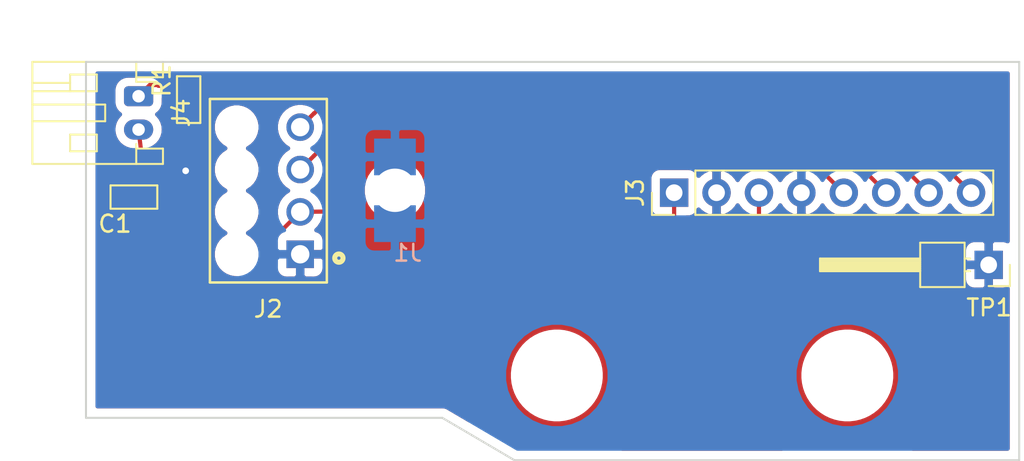
<source format=kicad_pcb>
(kicad_pcb (version 20171130) (host pcbnew "(5.1.4-0-10_14)")

  (general
    (thickness 1.6)
    (drawings 6)
    (tracks 39)
    (zones 0)
    (modules 9)
    (nets 8)
  )

  (page A4)
  (layers
    (0 F.Cu signal)
    (31 B.Cu signal)
    (32 B.Adhes user)
    (33 F.Adhes user)
    (34 B.Paste user)
    (35 F.Paste user)
    (36 B.SilkS user)
    (37 F.SilkS user)
    (38 B.Mask user)
    (39 F.Mask user)
    (40 Dwgs.User user)
    (41 Cmts.User user)
    (42 Eco1.User user)
    (43 Eco2.User user)
    (44 Edge.Cuts user)
    (45 Margin user)
    (46 B.CrtYd user)
    (47 F.CrtYd user)
    (48 B.Fab user)
    (49 F.Fab user)
  )

  (setup
    (last_trace_width 0.25)
    (trace_clearance 0.2)
    (zone_clearance 0.508)
    (zone_45_only no)
    (trace_min 0.2)
    (via_size 0.8)
    (via_drill 0.4)
    (via_min_size 0.4)
    (via_min_drill 0.3)
    (uvia_size 0.3)
    (uvia_drill 0.1)
    (uvias_allowed no)
    (uvia_min_size 0.2)
    (uvia_min_drill 0.1)
    (edge_width 0.05)
    (segment_width 0.2)
    (pcb_text_width 0.3)
    (pcb_text_size 1.5 1.5)
    (mod_edge_width 0.12)
    (mod_text_size 1 1)
    (mod_text_width 0.15)
    (pad_size 1.524 1.524)
    (pad_drill 0.762)
    (pad_to_mask_clearance 0.051)
    (solder_mask_min_width 0.25)
    (aux_axis_origin 0 0)
    (visible_elements FFFFFF7F)
    (pcbplotparams
      (layerselection 0x010fc_ffffffff)
      (usegerberextensions false)
      (usegerberattributes false)
      (usegerberadvancedattributes false)
      (creategerberjobfile false)
      (excludeedgelayer true)
      (linewidth 0.100000)
      (plotframeref false)
      (viasonmask false)
      (mode 1)
      (useauxorigin false)
      (hpglpennumber 1)
      (hpglpenspeed 20)
      (hpglpendiameter 15.000000)
      (psnegative false)
      (psa4output false)
      (plotreference true)
      (plotvalue true)
      (plotinvisibletext false)
      (padsonsilk false)
      (subtractmaskfromsilk false)
      (outputformat 1)
      (mirror false)
      (drillshape 1)
      (scaleselection 1)
      (outputdirectory ""))
  )

  (net 0 "")
  (net 1 GND)
  (net 2 +3V3)
  (net 3 SCL)
  (net 4 SDA)
  (net 5 "Net-(J3-Pad1)")
  (net 6 "Net-(J3-Pad3)")
  (net 7 "Net-(J3-Pad8)")

  (net_class Default "This is the default net class."
    (clearance 0.2)
    (trace_width 0.25)
    (via_dia 0.8)
    (via_drill 0.4)
    (uvia_dia 0.3)
    (uvia_drill 0.1)
    (add_net +3V3)
    (add_net GND)
    (add_net "Net-(J3-Pad1)")
    (add_net "Net-(J3-Pad3)")
    (add_net "Net-(J3-Pad8)")
    (add_net SCL)
    (add_net SDA)
  )

  (module Vindor:Vindor_Touchpad (layer F.Cu) (tedit 5D8E38DE) (tstamp 5D8E8469)
    (at 45.58792 -5.08 180)
    (path /5D90034C)
    (fp_text reference TP3 (at 0 -5.08) (layer F.SilkS) hide
      (effects (font (size 1 1) (thickness 0.15)))
    )
    (fp_text value TOUCHPAD (at 0 -6.8) (layer F.Fab) hide
      (effects (font (size 1 1) (thickness 0.15)))
    )
    (fp_circle (center 0 0) (end 4.5 0) (layer F.CrtYd) (width 0.15))
    (pad "" np_thru_hole circle (at 0 0 180) (size 5.0546 5.0546) (drill 5.0546) (layers *.Cu *.Mask)
      (clearance 0.1) (thermal_gap 1.3))
    (pad 1 smd custom (at 3.5 0 180) (size 1 1) (layers F.Cu)
      (net 6 "Net-(J3-Pad3)") (clearance 1.5) (zone_connect 2) (thermal_gap 1.3)
      (options (clearance convexhull) (anchor circle))
      (primitives
        (gr_circle (center -3.5 0) (end 0 0) (width 1.5))
      ))
  )

  (module Vindor:Vindor_Touchpad (layer F.Cu) (tedit 5D8E38DE) (tstamp 5D8E8462)
    (at 28.194 -5.08)
    (path /5D8FFE53)
    (fp_text reference TP2 (at 0 -5.08) (layer F.SilkS) hide
      (effects (font (size 1 1) (thickness 0.15)))
    )
    (fp_text value TOUCHPAD (at 0 -6.8) (layer F.Fab) hide
      (effects (font (size 1 1) (thickness 0.15)))
    )
    (fp_circle (center 0 0) (end 4.5 0) (layer F.CrtYd) (width 0.15))
    (pad "" np_thru_hole circle (at 0 0) (size 5.0546 5.0546) (drill 5.0546) (layers *.Cu *.Mask)
      (clearance 0.1) (thermal_gap 1.3))
    (pad 1 smd custom (at 3.5 0) (size 1 1) (layers F.Cu)
      (net 5 "Net-(J3-Pad1)") (clearance 1.5) (zone_connect 2) (thermal_gap 1.3)
      (options (clearance convexhull) (anchor circle))
      (primitives
        (gr_circle (center -3.5 0) (end 0 0) (width 1.5))
      ))
  )

  (module Vindor:Moldex-0448120004 (layer F.Cu) (tedit 5D8E2CCD) (tstamp 5D8E8419)
    (at 10.922 -16.1544 180)
    (path /5D8FDC38)
    (fp_text reference J2 (at 0.01 -7.09) (layer F.SilkS)
      (effects (font (size 1 1) (thickness 0.15)))
    )
    (fp_text value Conn_01x04_Female (at -0.14 -8.89) (layer F.Fab)
      (effects (font (size 1 1) (thickness 0.15)))
    )
    (fp_line (start -3.5 -5.5) (end 3.5 -5.5) (layer F.SilkS) (width 0.15))
    (fp_line (start 3.5 -5.5) (end 3.5 5.5) (layer F.SilkS) (width 0.15))
    (fp_line (start 3.5 5.5) (end -3.5 5.5) (layer F.SilkS) (width 0.15))
    (fp_line (start -3.5 5.5) (end -3.5 -5.5) (layer F.SilkS) (width 0.15))
    (fp_circle (center -4.22 -4.04) (end -4.12 -4.04) (layer F.SilkS) (width 0.3))
    (fp_line (start 3.7 5.75) (end 3.68 -5.8) (layer F.CrtYd) (width 0.12))
    (fp_line (start 3.68 -5.79) (end -3.75 -5.79) (layer F.CrtYd) (width 0.12))
    (fp_line (start -3.74 -5.81) (end -3.73 5.75) (layer F.CrtYd) (width 0.12))
    (fp_line (start -3.73 5.75) (end 3.7 5.75) (layer F.CrtYd) (width 0.12))
    (pad 1 thru_hole rect (at -1.905 -3.81 180) (size 1.65 1.65) (drill 1.1) (layers *.Cu *.Mask)
      (net 1 GND))
    (pad 2 thru_hole circle (at -1.905 -1.27 180) (size 1.65 1.65) (drill 1.1) (layers *.Cu *.Mask)
      (net 2 +3V3))
    (pad 3 thru_hole circle (at -1.905 1.27 180) (size 1.65 1.65) (drill 1.1) (layers *.Cu *.Mask)
      (net 3 SCL))
    (pad 4 thru_hole circle (at -1.905 3.81 180) (size 1.65 1.65) (drill 1.1) (layers *.Cu *.Mask)
      (net 4 SDA))
    (pad "" np_thru_hole circle (at 1.9 -3.81 180) (size 1.6 1.6) (drill 1.6) (layers *.Cu *.Mask))
    (pad "" np_thru_hole circle (at 1.9 -1.27 180) (size 1.6 1.6) (drill 1.6) (layers *.Cu *.Mask))
    (pad "" np_thru_hole circle (at 1.9 1.27 180) (size 1.6 1.6) (drill 1.6) (layers *.Cu *.Mask))
    (pad "" np_thru_hole circle (at 1.9 3.81 180) (size 1.6 1.6) (drill 1.6) (layers *.Cu *.Mask))
  )

  (module MF_Passives:MF_Passives-C0603 (layer F.Cu) (tedit 590423DA) (tstamp 5D8EE920)
    (at 6.1468 -21.6154 90)
    (descr "DESCRIPTION: STANDARD 0603 PACKAGE FOR CAPACITORS")
    (tags "DESCRIPTION: STANDARD 0603 PACKAGE FOR CAPACITORS")
    (path /5D91623D)
    (solder_mask_margin 0.1016)
    (clearance 0.1016)
    (attr smd)
    (fp_text reference R1 (at 1.13792 -1.60782 90) (layer F.SilkS)
      (effects (font (size 1.016 1.016) (thickness 0.1524)))
    )
    (fp_text value 50k (at 1.13792 -3.13182 90) (layer F.Fab)
      (effects (font (size 1.016 1.016) (thickness 0.1524)))
    )
    (fp_line (start 1.39954 -0.6985) (end -1.39954 -0.6985) (layer F.SilkS) (width 0.127))
    (fp_line (start 1.39954 0.6985) (end 1.39954 -0.6985) (layer F.SilkS) (width 0.127))
    (fp_line (start -1.39954 0.6985) (end 1.39954 0.6985) (layer F.SilkS) (width 0.127))
    (fp_line (start -1.39954 -0.6985) (end -1.39954 0.6985) (layer F.SilkS) (width 0.127))
    (pad 2 smd rect (at 0.7493 0 270) (size 0.59944 0.89916) (layers F.Cu F.Paste F.Mask)
      (net 7 "Net-(J3-Pad8)"))
    (pad 1 smd rect (at -0.7493 0 270) (size 0.59944 0.89916) (layers F.Cu F.Paste F.Mask)
      (net 1 GND))
  )

  (module Connector_JST:JST_PH_S2B-PH-K_1x02_P2.00mm_Horizontal (layer F.Cu) (tedit 5B7745C6) (tstamp 5D8EEB46)
    (at 3.1496 -21.8186 270)
    (descr "JST PH series connector, S2B-PH-K (http://www.jst-mfg.com/product/pdf/eng/ePH.pdf), generated with kicad-footprint-generator")
    (tags "connector JST PH top entry")
    (path /5D91218C)
    (fp_text reference J4 (at 1 -2.55 90) (layer F.SilkS)
      (effects (font (size 1 1) (thickness 0.15)))
    )
    (fp_text value Conn_01x02_Male (at 1 7.45 90) (layer F.Fab)
      (effects (font (size 1 1) (thickness 0.15)))
    )
    (fp_text user %R (at 1 2.5 90) (layer F.Fab)
      (effects (font (size 1 1) (thickness 0.15)))
    )
    (fp_line (start 0.5 1.375) (end 0 0.875) (layer F.Fab) (width 0.1))
    (fp_line (start -0.5 1.375) (end 0.5 1.375) (layer F.Fab) (width 0.1))
    (fp_line (start 0 0.875) (end -0.5 1.375) (layer F.Fab) (width 0.1))
    (fp_line (start -0.86 0.14) (end -0.86 -1.075) (layer F.SilkS) (width 0.12))
    (fp_line (start 3.25 0.25) (end -1.25 0.25) (layer F.Fab) (width 0.1))
    (fp_line (start 3.25 -1.35) (end 3.25 0.25) (layer F.Fab) (width 0.1))
    (fp_line (start 3.95 -1.35) (end 3.25 -1.35) (layer F.Fab) (width 0.1))
    (fp_line (start 3.95 6.25) (end 3.95 -1.35) (layer F.Fab) (width 0.1))
    (fp_line (start -1.95 6.25) (end 3.95 6.25) (layer F.Fab) (width 0.1))
    (fp_line (start -1.95 -1.35) (end -1.95 6.25) (layer F.Fab) (width 0.1))
    (fp_line (start -1.25 -1.35) (end -1.95 -1.35) (layer F.Fab) (width 0.1))
    (fp_line (start -1.25 0.25) (end -1.25 -1.35) (layer F.Fab) (width 0.1))
    (fp_line (start 4.45 -1.85) (end -2.45 -1.85) (layer F.CrtYd) (width 0.05))
    (fp_line (start 4.45 6.75) (end 4.45 -1.85) (layer F.CrtYd) (width 0.05))
    (fp_line (start -2.45 6.75) (end 4.45 6.75) (layer F.CrtYd) (width 0.05))
    (fp_line (start -2.45 -1.85) (end -2.45 6.75) (layer F.CrtYd) (width 0.05))
    (fp_line (start -0.8 4.1) (end -0.8 6.36) (layer F.SilkS) (width 0.12))
    (fp_line (start -0.3 4.1) (end -0.3 6.36) (layer F.SilkS) (width 0.12))
    (fp_line (start 2.3 2.5) (end 3.3 2.5) (layer F.SilkS) (width 0.12))
    (fp_line (start 2.3 4.1) (end 2.3 2.5) (layer F.SilkS) (width 0.12))
    (fp_line (start 3.3 4.1) (end 2.3 4.1) (layer F.SilkS) (width 0.12))
    (fp_line (start 3.3 2.5) (end 3.3 4.1) (layer F.SilkS) (width 0.12))
    (fp_line (start -0.3 2.5) (end -1.3 2.5) (layer F.SilkS) (width 0.12))
    (fp_line (start -0.3 4.1) (end -0.3 2.5) (layer F.SilkS) (width 0.12))
    (fp_line (start -1.3 4.1) (end -0.3 4.1) (layer F.SilkS) (width 0.12))
    (fp_line (start -1.3 2.5) (end -1.3 4.1) (layer F.SilkS) (width 0.12))
    (fp_line (start 4.06 0.14) (end 3.14 0.14) (layer F.SilkS) (width 0.12))
    (fp_line (start -2.06 0.14) (end -1.14 0.14) (layer F.SilkS) (width 0.12))
    (fp_line (start 1.5 2) (end 1.5 6.36) (layer F.SilkS) (width 0.12))
    (fp_line (start 0.5 2) (end 1.5 2) (layer F.SilkS) (width 0.12))
    (fp_line (start 0.5 6.36) (end 0.5 2) (layer F.SilkS) (width 0.12))
    (fp_line (start 3.14 0.14) (end 2.86 0.14) (layer F.SilkS) (width 0.12))
    (fp_line (start 3.14 -1.46) (end 3.14 0.14) (layer F.SilkS) (width 0.12))
    (fp_line (start 4.06 -1.46) (end 3.14 -1.46) (layer F.SilkS) (width 0.12))
    (fp_line (start 4.06 6.36) (end 4.06 -1.46) (layer F.SilkS) (width 0.12))
    (fp_line (start -2.06 6.36) (end 4.06 6.36) (layer F.SilkS) (width 0.12))
    (fp_line (start -2.06 -1.46) (end -2.06 6.36) (layer F.SilkS) (width 0.12))
    (fp_line (start -1.14 -1.46) (end -2.06 -1.46) (layer F.SilkS) (width 0.12))
    (fp_line (start -1.14 0.14) (end -1.14 -1.46) (layer F.SilkS) (width 0.12))
    (fp_line (start -0.86 0.14) (end -1.14 0.14) (layer F.SilkS) (width 0.12))
    (pad 2 thru_hole oval (at 2 0 270) (size 1.2 1.75) (drill 0.75) (layers *.Cu *.Mask)
      (net 2 +3V3))
    (pad 1 thru_hole roundrect (at 0 0 270) (size 1.2 1.75) (drill 0.75) (layers *.Cu *.Mask) (roundrect_rratio 0.208333)
      (net 7 "Net-(J3-Pad8)"))
    (model ${KISYS3DMOD}/Connector_JST.3dshapes/JST_PH_S2B-PH-K_1x02_P2.00mm_Horizontal.wrl
      (at (xyz 0 0 0))
      (scale (xyz 1 1 1))
      (rotate (xyz 0 0 0))
    )
  )

  (module MF_Passives:MF_Passives-C0603 (layer F.Cu) (tedit 590423DA) (tstamp 5D8EE87D)
    (at 2.8702 -15.7734 180)
    (descr "DESCRIPTION: STANDARD 0603 PACKAGE FOR CAPACITORS")
    (tags "DESCRIPTION: STANDARD 0603 PACKAGE FOR CAPACITORS")
    (path /5D913FB4)
    (solder_mask_margin 0.1016)
    (clearance 0.1016)
    (attr smd)
    (fp_text reference C1 (at 1.13792 -1.60782) (layer F.SilkS)
      (effects (font (size 1.016 1.016) (thickness 0.1524)))
    )
    (fp_text value 0.1uF (at 1.13792 -3.13182) (layer F.Fab)
      (effects (font (size 1.016 1.016) (thickness 0.1524)))
    )
    (fp_line (start 1.39954 -0.6985) (end -1.39954 -0.6985) (layer F.SilkS) (width 0.127))
    (fp_line (start 1.39954 0.6985) (end 1.39954 -0.6985) (layer F.SilkS) (width 0.127))
    (fp_line (start -1.39954 0.6985) (end 1.39954 0.6985) (layer F.SilkS) (width 0.127))
    (fp_line (start -1.39954 -0.6985) (end -1.39954 0.6985) (layer F.SilkS) (width 0.127))
    (pad 2 smd rect (at 0.7493 0) (size 0.59944 0.89916) (layers F.Cu F.Paste F.Mask)
      (net 1 GND))
    (pad 1 smd rect (at -0.7493 0) (size 0.59944 0.89916) (layers F.Cu F.Paste F.Mask)
      (net 2 +3V3))
  )

  (module Vindor:HARWIN_S9111_45R (layer B.Cu) (tedit 5D878386) (tstamp 5D8E8404)
    (at 18.50136 -16.1798)
    (path /5D900B66)
    (fp_text reference J1 (at 0.762 3.7592) (layer B.SilkS)
      (effects (font (size 1 1) (thickness 0.15)) (justify mirror))
    )
    (fp_text value HARWIN_S9111-45R (at 0.3048 5.207) (layer B.Fab)
      (effects (font (size 1 1) (thickness 0.15)) (justify mirror))
    )
    (pad 1 smd rect (at 0 -2) (size 2.5 2.2) (layers B.Cu B.Paste B.Mask)
      (net 1 GND) (clearance 2))
    (pad 1 smd rect (at 0 2) (size 2.5 2.2) (layers B.Cu B.Paste B.Mask)
      (net 1 GND) (clearance 2))
    (pad "" np_thru_hole circle (at 0 0) (size 2.6 2.6) (drill 2.6) (layers *.Cu *.Mask))
  )

  (module Connector_PinHeader_2.54mm:PinHeader_1x08_P2.54mm_Vertical (layer F.Cu) (tedit 59FED5CC) (tstamp 5D8E8435)
    (at 35.2171 -16.03502 90)
    (descr "Through hole straight pin header, 1x08, 2.54mm pitch, single row")
    (tags "Through hole pin header THT 1x08 2.54mm single row")
    (path /5D8FE5D8)
    (fp_text reference J3 (at 0 -2.33 90) (layer F.SilkS)
      (effects (font (size 1 1) (thickness 0.15)))
    )
    (fp_text value Conn_01x08_Male (at 0 20.11 90) (layer F.Fab)
      (effects (font (size 1 1) (thickness 0.15)))
    )
    (fp_line (start -0.635 -1.27) (end 1.27 -1.27) (layer F.Fab) (width 0.1))
    (fp_line (start 1.27 -1.27) (end 1.27 19.05) (layer F.Fab) (width 0.1))
    (fp_line (start 1.27 19.05) (end -1.27 19.05) (layer F.Fab) (width 0.1))
    (fp_line (start -1.27 19.05) (end -1.27 -0.635) (layer F.Fab) (width 0.1))
    (fp_line (start -1.27 -0.635) (end -0.635 -1.27) (layer F.Fab) (width 0.1))
    (fp_line (start -1.33 19.11) (end 1.33 19.11) (layer F.SilkS) (width 0.12))
    (fp_line (start -1.33 1.27) (end -1.33 19.11) (layer F.SilkS) (width 0.12))
    (fp_line (start 1.33 1.27) (end 1.33 19.11) (layer F.SilkS) (width 0.12))
    (fp_line (start -1.33 1.27) (end 1.33 1.27) (layer F.SilkS) (width 0.12))
    (fp_line (start -1.33 0) (end -1.33 -1.33) (layer F.SilkS) (width 0.12))
    (fp_line (start -1.33 -1.33) (end 0 -1.33) (layer F.SilkS) (width 0.12))
    (fp_line (start -1.8 -1.8) (end -1.8 19.55) (layer F.CrtYd) (width 0.05))
    (fp_line (start -1.8 19.55) (end 1.8 19.55) (layer F.CrtYd) (width 0.05))
    (fp_line (start 1.8 19.55) (end 1.8 -1.8) (layer F.CrtYd) (width 0.05))
    (fp_line (start 1.8 -1.8) (end -1.8 -1.8) (layer F.CrtYd) (width 0.05))
    (fp_text user %R (at 0 8.89) (layer F.Fab)
      (effects (font (size 1 1) (thickness 0.15)))
    )
    (pad 1 thru_hole rect (at 0 0 90) (size 1.7 1.7) (drill 1) (layers *.Cu *.Mask)
      (net 5 "Net-(J3-Pad1)"))
    (pad 2 thru_hole oval (at 0 2.54 90) (size 1.7 1.7) (drill 1) (layers *.Cu *.Mask)
      (net 1 GND))
    (pad 3 thru_hole oval (at 0 5.08 90) (size 1.7 1.7) (drill 1) (layers *.Cu *.Mask)
      (net 6 "Net-(J3-Pad3)"))
    (pad 4 thru_hole oval (at 0 7.62 90) (size 1.7 1.7) (drill 1) (layers *.Cu *.Mask)
      (net 1 GND))
    (pad 5 thru_hole oval (at 0 10.16 90) (size 1.7 1.7) (drill 1) (layers *.Cu *.Mask)
      (net 2 +3V3))
    (pad 6 thru_hole oval (at 0 12.7 90) (size 1.7 1.7) (drill 1) (layers *.Cu *.Mask)
      (net 3 SCL))
    (pad 7 thru_hole oval (at 0 15.24 90) (size 1.7 1.7) (drill 1) (layers *.Cu *.Mask)
      (net 4 SDA))
    (pad 8 thru_hole oval (at 0 17.78 90) (size 1.7 1.7) (drill 1) (layers *.Cu *.Mask)
      (net 7 "Net-(J3-Pad8)"))
    (model ${KISYS3DMOD}/Connector_PinHeader_2.54mm.3dshapes/PinHeader_1x08_P2.54mm_Vertical.wrl
      (at (xyz 0 0 0))
      (scale (xyz 1 1 1))
      (rotate (xyz 0 0 0))
    )
  )

  (module Connector_PinHeader_2.54mm:PinHeader_1x01_P2.54mm_Horizontal (layer F.Cu) (tedit 59FED5CB) (tstamp 5D8E845B)
    (at 54.0512 -11.7094 180)
    (descr "Through hole angled pin header, 1x01, 2.54mm pitch, 6mm pin length, single row")
    (tags "Through hole angled pin header THT 1x01 2.54mm single row")
    (path /5D901794)
    (fp_text reference TP1 (at -0.0254 -2.5654) (layer F.SilkS)
      (effects (font (size 1 1) (thickness 0.15)))
    )
    (fp_text value TestPoint (at 4.385 2.27) (layer F.Fab)
      (effects (font (size 1 1) (thickness 0.15)))
    )
    (fp_line (start 2.135 -1.27) (end 4.04 -1.27) (layer F.Fab) (width 0.1))
    (fp_line (start 4.04 -1.27) (end 4.04 1.27) (layer F.Fab) (width 0.1))
    (fp_line (start 4.04 1.27) (end 1.5 1.27) (layer F.Fab) (width 0.1))
    (fp_line (start 1.5 1.27) (end 1.5 -0.635) (layer F.Fab) (width 0.1))
    (fp_line (start 1.5 -0.635) (end 2.135 -1.27) (layer F.Fab) (width 0.1))
    (fp_line (start -0.32 -0.32) (end 1.5 -0.32) (layer F.Fab) (width 0.1))
    (fp_line (start -0.32 -0.32) (end -0.32 0.32) (layer F.Fab) (width 0.1))
    (fp_line (start -0.32 0.32) (end 1.5 0.32) (layer F.Fab) (width 0.1))
    (fp_line (start 4.04 -0.32) (end 10.04 -0.32) (layer F.Fab) (width 0.1))
    (fp_line (start 10.04 -0.32) (end 10.04 0.32) (layer F.Fab) (width 0.1))
    (fp_line (start 4.04 0.32) (end 10.04 0.32) (layer F.Fab) (width 0.1))
    (fp_line (start 1.44 -1.33) (end 1.44 1.33) (layer F.SilkS) (width 0.12))
    (fp_line (start 1.44 1.33) (end 4.1 1.33) (layer F.SilkS) (width 0.12))
    (fp_line (start 4.1 1.33) (end 4.1 -1.33) (layer F.SilkS) (width 0.12))
    (fp_line (start 4.1 -1.33) (end 1.44 -1.33) (layer F.SilkS) (width 0.12))
    (fp_line (start 4.1 -0.38) (end 10.1 -0.38) (layer F.SilkS) (width 0.12))
    (fp_line (start 10.1 -0.38) (end 10.1 0.38) (layer F.SilkS) (width 0.12))
    (fp_line (start 10.1 0.38) (end 4.1 0.38) (layer F.SilkS) (width 0.12))
    (fp_line (start 4.1 -0.32) (end 10.1 -0.32) (layer F.SilkS) (width 0.12))
    (fp_line (start 4.1 -0.2) (end 10.1 -0.2) (layer F.SilkS) (width 0.12))
    (fp_line (start 4.1 -0.08) (end 10.1 -0.08) (layer F.SilkS) (width 0.12))
    (fp_line (start 4.1 0.04) (end 10.1 0.04) (layer F.SilkS) (width 0.12))
    (fp_line (start 4.1 0.16) (end 10.1 0.16) (layer F.SilkS) (width 0.12))
    (fp_line (start 4.1 0.28) (end 10.1 0.28) (layer F.SilkS) (width 0.12))
    (fp_line (start 1.11 -0.38) (end 1.44 -0.38) (layer F.SilkS) (width 0.12))
    (fp_line (start 1.11 0.38) (end 1.44 0.38) (layer F.SilkS) (width 0.12))
    (fp_line (start -1.27 0) (end -1.27 -1.27) (layer F.SilkS) (width 0.12))
    (fp_line (start -1.27 -1.27) (end 0 -1.27) (layer F.SilkS) (width 0.12))
    (fp_line (start -1.8 -1.8) (end -1.8 1.8) (layer F.CrtYd) (width 0.05))
    (fp_line (start -1.8 1.8) (end 10.55 1.8) (layer F.CrtYd) (width 0.05))
    (fp_line (start 10.55 1.8) (end 10.55 -1.8) (layer F.CrtYd) (width 0.05))
    (fp_line (start 10.55 -1.8) (end -1.8 -1.8) (layer F.CrtYd) (width 0.05))
    (fp_text user %R (at 2.77 0 90) (layer F.Fab)
      (effects (font (size 1 1) (thickness 0.15)))
    )
    (pad 1 thru_hole rect (at 0 0 180) (size 1.7 1.7) (drill 1) (layers *.Cu *.Mask)
      (net 1 GND))
    (model ${KISYS3DMOD}/Connector_PinHeader_2.54mm.3dshapes/PinHeader_1x01_P2.54mm_Horizontal.wrl
      (at (xyz 0 0 0))
      (scale (xyz 1 1 1))
      (rotate (xyz 0 0 0))
    )
  )

  (gr_line (start 0 -23.876) (end 0 -2.54) (layer Edge.Cuts) (width 0.12))
  (gr_line (start 0 -2.54) (end 21.336 -2.54) (layer Edge.Cuts) (width 0.12))
  (gr_line (start 21.336 -2.54) (end 25.654 0) (layer Edge.Cuts) (width 0.12))
  (gr_line (start 25.654 0) (end 55.88 0) (layer Edge.Cuts) (width 0.12))
  (gr_line (start 55.88 0) (end 55.88 -23.876) (layer Edge.Cuts) (width 0.12))
  (gr_line (start 55.88 -23.876) (end 0 -23.876) (layer Edge.Cuts) (width 0.12))

  (via (at 5.969 -17.3482) (size 0.8) (drill 0.4) (layers F.Cu B.Cu) (net 1))
  (segment (start 14.5796 -14.9098) (end 12.827 -14.8844) (width 0.25) (layer F.Cu) (net 2))
  (segment (start 15.126359 -15.659759) (end 14.5796 -14.9098) (width 0.25) (layer F.Cu) (net 2))
  (segment (start 15.126359 -20.979801) (end 15.126359 -15.659759) (width 0.25) (layer F.Cu) (net 2))
  (segment (start 40.012399 -21.404801) (end 15.551359 -21.404801) (width 0.25) (layer F.Cu) (net 2))
  (segment (start 15.551359 -21.404801) (end 15.126359 -20.979801) (width 0.25) (layer F.Cu) (net 2))
  (segment (start 42.80662 -18.61058) (end 40.012399 -21.404801) (width 0.25) (layer F.Cu) (net 2))
  (segment (start 42.80662 -18.58518) (end 42.80662 -18.61058) (width 0.25) (layer F.Cu) (net 2))
  (segment (start 45.3644 -16.0274) (end 42.80662 -18.58518) (width 0.25) (layer F.Cu) (net 2))
  (segment (start 3.7211 -14.9545) (end 3.1496 -19.8186) (width 0.25) (layer F.Cu) (net 2))
  (segment (start 3.7211 -13.3477) (end 3.7211 -14.9545) (width 0.25) (layer F.Cu) (net 2))
  (segment (start 9.207619 -10.071219) (end 6.997581 -10.071219) (width 0.25) (layer F.Cu) (net 2))
  (segment (start 6.997581 -10.071219) (end 3.7211 -13.3477) (width 0.25) (layer F.Cu) (net 2))
  (segment (start 11.0236 -11.8872) (end 9.207619 -10.071219) (width 0.25) (layer F.Cu) (net 2))
  (segment (start 11.0236 -13.081) (end 11.0236 -11.8872) (width 0.25) (layer F.Cu) (net 2))
  (segment (start 12.827 -14.8844) (end 11.0236 -13.081) (width 0.25) (layer F.Cu) (net 2))
  (segment (start 41.937509 -22.014611) (end 15.524758 -22.014611) (width 0.25) (layer F.Cu) (net 3))
  (segment (start 14.676348 -19.273748) (end 13.651999 -18.249399) (width 0.25) (layer F.Cu) (net 3))
  (segment (start 15.524758 -22.014611) (end 14.676348 -21.166201) (width 0.25) (layer F.Cu) (net 3))
  (segment (start 13.651999 -18.249399) (end 12.827 -17.4244) (width 0.25) (layer F.Cu) (net 3))
  (segment (start 47.9171 -16.03502) (end 41.937509 -22.014611) (width 0.25) (layer F.Cu) (net 3))
  (segment (start 14.676348 -21.166201) (end 14.676348 -19.273748) (width 0.25) (layer F.Cu) (net 3))
  (segment (start 44.027498 -22.464622) (end 15.338358 -22.464622) (width 0.25) (layer F.Cu) (net 4))
  (segment (start 50.4571 -16.03502) (end 44.027498 -22.464622) (width 0.25) (layer F.Cu) (net 4))
  (segment (start 13.651999 -20.789399) (end 12.827 -19.9644) (width 0.25) (layer F.Cu) (net 4))
  (segment (start 13.663135 -20.789399) (end 13.651999 -20.789399) (width 0.25) (layer F.Cu) (net 4))
  (segment (start 15.338358 -22.464622) (end 13.663135 -20.789399) (width 0.25) (layer F.Cu) (net 4))
  (segment (start 35.2171 -8.6031) (end 31.694 -5.08) (width 0.25) (layer F.Cu) (net 5))
  (segment (start 35.2171 -16.03502) (end 35.2171 -8.6031) (width 0.25) (layer F.Cu) (net 5))
  (segment (start 40.2971 -6.87082) (end 42.08792 -5.08) (width 0.25) (layer F.Cu) (net 6))
  (segment (start 40.2971 -16.03502) (end 40.2971 -6.87082) (width 0.25) (layer F.Cu) (net 6))
  (segment (start 3.6068 -21.70176) (end 3.1496 -21.8186) (width 0.25) (layer F.Cu) (net 7))
  (segment (start 3.82031 -22.48931) (end 3.1496 -21.8186) (width 0.25) (layer F.Cu) (net 7))
  (segment (start 4.297292 -22.48931) (end 3.82031 -22.48931) (width 0.25) (layer F.Cu) (net 7))
  (segment (start 11.899781 -22.440781) (end 4.345821 -22.440781) (width 0.25) (layer F.Cu) (net 7))
  (segment (start 12.373633 -22.914633) (end 11.899781 -22.440781) (width 0.25) (layer F.Cu) (net 7))
  (segment (start 46.117487 -22.914633) (end 12.373633 -22.914633) (width 0.25) (layer F.Cu) (net 7))
  (segment (start 4.345821 -22.440781) (end 4.297292 -22.48931) (width 0.25) (layer F.Cu) (net 7))
  (segment (start 52.9971 -16.03502) (end 46.117487 -22.914633) (width 0.25) (layer F.Cu) (net 7))

  (zone (net 1) (net_name GND) (layer F.Cu) (tstamp 0) (hatch edge 0.508)
    (connect_pads (clearance 0.508))
    (min_thickness 0.254)
    (fill yes (arc_segments 32) (thermal_gap 0.508) (thermal_bridge_width 0.508))
    (polygon
      (pts
        (xy 0 -23.876) (xy 55.88 -23.876) (xy 55.8546 -0.0254) (xy 25.6794 0) (xy 21.3614 -2.5146)
        (xy 0 -2.54)
      )
    )
    (filled_polygon
      (pts
        (xy 55.185001 -13.127724) (xy 55.14538 -13.148902) (xy 55.025682 -13.185212) (xy 54.9012 -13.197472) (xy 54.33695 -13.1944)
        (xy 54.1782 -13.03565) (xy 54.1782 -11.8364) (xy 54.1982 -11.8364) (xy 54.1982 -11.5824) (xy 54.1782 -11.5824)
        (xy 54.1782 -10.38315) (xy 54.33695 -10.2244) (xy 54.9012 -10.221328) (xy 55.025682 -10.233588) (xy 55.14538 -10.269898)
        (xy 55.185 -10.291076) (xy 55.185 -0.695) (xy 49.509692 -0.695) (xy 49.527132 -0.71026) (xy 49.851249 -1.025861)
        (xy 49.969291 -1.153728) (xy 50.258025 -1.501992) (xy 50.361804 -1.641679) (xy 50.611885 -2.01866) (xy 50.700232 -2.168593)
        (xy 50.908825 -2.570021) (xy 50.980734 -2.728493) (xy 51.145476 -3.149819) (xy 51.200133 -3.315037) (xy 51.319157 -3.751487)
        (xy 51.355941 -3.921574) (xy 51.4279 -4.368203) (xy 51.446398 -4.541242) (xy 51.470475 -4.992989) (xy 51.470475 -5.167011)
        (xy 51.446398 -5.618758) (xy 51.4279 -5.791797) (xy 51.355941 -6.238426) (xy 51.319157 -6.408513) (xy 51.200133 -6.844963)
        (xy 51.145476 -7.010181) (xy 50.980734 -7.431507) (xy 50.908825 -7.589979) (xy 50.700232 -7.991407) (xy 50.611885 -8.14134)
        (xy 50.361804 -8.518321) (xy 50.258025 -8.658008) (xy 49.969291 -9.006272) (xy 49.851249 -9.134139) (xy 49.527132 -9.44974)
        (xy 49.396166 -9.564337) (xy 49.040339 -9.843698) (xy 48.897936 -9.943724) (xy 48.514431 -10.18368) (xy 48.362204 -10.268003)
        (xy 47.955366 -10.465836) (xy 47.795036 -10.5335) (xy 47.369474 -10.686968) (xy 47.20286 -10.737207) (xy 46.763396 -10.844571)
        (xy 46.684751 -10.8594) (xy 52.563128 -10.8594) (xy 52.575388 -10.734918) (xy 52.611698 -10.61522) (xy 52.670663 -10.504906)
        (xy 52.750015 -10.408215) (xy 52.846706 -10.328863) (xy 52.95702 -10.269898) (xy 53.076718 -10.233588) (xy 53.2012 -10.221328)
        (xy 53.76545 -10.2244) (xy 53.9242 -10.38315) (xy 53.9242 -11.5824) (xy 52.72495 -11.5824) (xy 52.5662 -11.42365)
        (xy 52.563128 -10.8594) (xy 46.684751 -10.8594) (xy 46.592385 -10.876816) (xy 46.143999 -10.936859) (xy 45.970533 -10.950744)
        (xy 45.518305 -10.962787) (xy 45.344344 -10.958154) (xy 44.893398 -10.92206) (xy 44.720912 -10.898962) (xy 44.276357 -10.815139)
        (xy 44.107308 -10.773839) (xy 43.674181 -10.643238) (xy 43.510479 -10.584204) (xy 43.093688 -10.408305) (xy 42.937184 -10.332202)
        (xy 42.541451 -10.112996) (xy 42.393928 -10.020692) (xy 42.023737 -9.760665) (xy 41.886857 -9.6532) (xy 41.546403 -9.355297)
        (xy 41.421724 -9.233894) (xy 41.114864 -8.901491) (xy 41.0571 -8.831817) (xy 41.0571 -12.5594) (xy 52.563128 -12.5594)
        (xy 52.5662 -11.99515) (xy 52.72495 -11.8364) (xy 53.9242 -11.8364) (xy 53.9242 -13.03565) (xy 53.76545 -13.1944)
        (xy 53.2012 -13.197472) (xy 53.076718 -13.185212) (xy 52.95702 -13.148902) (xy 52.846706 -13.089937) (xy 52.750015 -13.010585)
        (xy 52.670663 -12.913894) (xy 52.611698 -12.80358) (xy 52.575388 -12.683882) (xy 52.563128 -12.5594) (xy 41.0571 -12.5594)
        (xy 41.0571 -14.757425) (xy 41.126114 -14.794314) (xy 41.352234 -14.979886) (xy 41.537806 -15.206006) (xy 41.572301 -15.270543)
        (xy 41.641922 -15.153665) (xy 41.836831 -14.937432) (xy 42.07018 -14.763379) (xy 42.333001 -14.638195) (xy 42.48021 -14.593544)
        (xy 42.7101 -14.714865) (xy 42.7101 -15.90802) (xy 42.6901 -15.90802) (xy 42.6901 -16.16202) (xy 42.7101 -16.16202)
        (xy 42.7101 -16.18202) (xy 42.9641 -16.18202) (xy 42.9641 -16.16202) (xy 42.9841 -16.16202) (xy 42.9841 -15.90802)
        (xy 42.9641 -15.90802) (xy 42.9641 -14.714865) (xy 43.19399 -14.593544) (xy 43.341199 -14.638195) (xy 43.60402 -14.763379)
        (xy 43.837369 -14.937432) (xy 44.032278 -15.153665) (xy 44.101899 -15.270543) (xy 44.136394 -15.206006) (xy 44.321966 -14.979886)
        (xy 44.548086 -14.794314) (xy 44.806066 -14.656421) (xy 45.085989 -14.571507) (xy 45.30415 -14.55002) (xy 45.45005 -14.55002)
        (xy 45.668211 -14.571507) (xy 45.948134 -14.656421) (xy 46.206114 -14.794314) (xy 46.432234 -14.979886) (xy 46.617806 -15.206006)
        (xy 46.6471 -15.260811) (xy 46.676394 -15.206006) (xy 46.861966 -14.979886) (xy 47.088086 -14.794314) (xy 47.346066 -14.656421)
        (xy 47.625989 -14.571507) (xy 47.84415 -14.55002) (xy 47.99005 -14.55002) (xy 48.208211 -14.571507) (xy 48.488134 -14.656421)
        (xy 48.746114 -14.794314) (xy 48.972234 -14.979886) (xy 49.157806 -15.206006) (xy 49.1871 -15.260811) (xy 49.216394 -15.206006)
        (xy 49.401966 -14.979886) (xy 49.628086 -14.794314) (xy 49.886066 -14.656421) (xy 50.165989 -14.571507) (xy 50.38415 -14.55002)
        (xy 50.53005 -14.55002) (xy 50.748211 -14.571507) (xy 51.028134 -14.656421) (xy 51.286114 -14.794314) (xy 51.512234 -14.979886)
        (xy 51.697806 -15.206006) (xy 51.7271 -15.260811) (xy 51.756394 -15.206006) (xy 51.941966 -14.979886) (xy 52.168086 -14.794314)
        (xy 52.426066 -14.656421) (xy 52.705989 -14.571507) (xy 52.92415 -14.55002) (xy 53.07005 -14.55002) (xy 53.288211 -14.571507)
        (xy 53.568134 -14.656421) (xy 53.826114 -14.794314) (xy 54.052234 -14.979886) (xy 54.237806 -15.206006) (xy 54.375699 -15.463986)
        (xy 54.460613 -15.743909) (xy 54.489285 -16.03502) (xy 54.460613 -16.326131) (xy 54.375699 -16.606054) (xy 54.237806 -16.864034)
        (xy 54.052234 -17.090154) (xy 53.826114 -17.275726) (xy 53.568134 -17.413619) (xy 53.288211 -17.498533) (xy 53.07005 -17.52002)
        (xy 52.92415 -17.52002) (xy 52.705989 -17.498533) (xy 52.631105 -17.475817) (xy 46.925921 -23.181) (xy 55.185001 -23.181)
      )
    )
    (filled_polygon
      (pts
        (xy 3.396034 -23.124284) (xy 3.313648 -23.056672) (xy 2.524599 -23.056672) (xy 2.351345 -23.039608) (xy 2.184749 -22.989072)
        (xy 2.031213 -22.907005) (xy 1.896638 -22.796562) (xy 1.786195 -22.661987) (xy 1.704128 -22.508451) (xy 1.653592 -22.341855)
        (xy 1.636528 -22.168601) (xy 1.636528 -21.468599) (xy 1.653592 -21.295345) (xy 1.704128 -21.128749) (xy 1.786195 -20.975213)
        (xy 1.896638 -20.840638) (xy 2.031213 -20.730195) (xy 2.035711 -20.727791) (xy 1.997098 -20.696102) (xy 1.842767 -20.508049)
        (xy 1.728089 -20.293501) (xy 1.65747 -20.060702) (xy 1.633625 -19.8186) (xy 1.65747 -19.576498) (xy 1.728089 -19.343699)
        (xy 1.842767 -19.129151) (xy 1.997098 -18.941098) (xy 2.185151 -18.786767) (xy 2.399699 -18.672089) (xy 2.523492 -18.634537)
        (xy 2.961101 -14.910001) (xy 2.9611 -12.012918) (xy 2.868 -12.062682) (xy 2.748302 -12.098992) (xy 2.62382 -12.111252)
        (xy 2.60985 -12.10818) (xy 2.4511 -11.94943) (xy 2.4511 -11.1506) (xy 2.4711 -11.1506) (xy 2.4711 -10.8966)
        (xy 2.4511 -10.8966) (xy 2.4511 -10.09777) (xy 2.60985 -9.93902) (xy 2.62382 -9.935948) (xy 2.748302 -9.948208)
        (xy 2.868 -9.984518) (xy 2.978314 -10.043483) (xy 3.0734 -10.121518) (xy 3.168486 -10.043483) (xy 3.2788 -9.984518)
        (xy 3.392085 -9.950153) (xy 3.782021 -9.560217) (xy 3.80582 -9.531218) (xy 3.834818 -9.50742) (xy 3.921544 -9.436245)
        (xy 4.05151 -9.366776) (xy 4.053574 -9.365673) (xy 4.196835 -9.322216) (xy 4.308488 -9.311219) (xy 4.308498 -9.311219)
        (xy 4.345821 -9.307543) (xy 4.383144 -9.311219) (xy 9.170297 -9.311219) (xy 9.207619 -9.307543) (xy 9.244941 -9.311219)
        (xy 9.244952 -9.311219) (xy 9.356605 -9.322216) (xy 9.499866 -9.365673) (xy 9.631895 -9.436245) (xy 9.74762 -9.531218)
        (xy 9.771423 -9.560222) (xy 11.438248 -11.227046) (xy 11.471463 -11.164906) (xy 11.550815 -11.068215) (xy 11.647506 -10.988863)
        (xy 11.75782 -10.929898) (xy 11.877518 -10.893588) (xy 12.002 -10.881328) (xy 12.54125 -10.8844) (xy 12.7 -11.04315)
        (xy 12.7 -12.2174) (xy 12.954 -12.2174) (xy 12.954 -11.04315) (xy 13.11275 -10.8844) (xy 13.652 -10.881328)
        (xy 13.776482 -10.893588) (xy 13.89618 -10.929898) (xy 14.006494 -10.988863) (xy 14.103185 -11.068215) (xy 14.182537 -11.164906)
        (xy 14.241502 -11.27522) (xy 14.277812 -11.394918) (xy 14.290072 -11.5194) (xy 14.287 -12.05865) (xy 14.12825 -12.2174)
        (xy 12.954 -12.2174) (xy 12.7 -12.2174) (xy 12.68 -12.2174) (xy 12.68 -12.4714) (xy 12.7 -12.4714)
        (xy 12.7 -12.4914) (xy 12.954 -12.4914) (xy 12.954 -12.4714) (xy 14.12825 -12.4714) (xy 14.287 -12.63015)
        (xy 14.290072 -13.1694) (xy 14.277812 -13.293882) (xy 14.241502 -13.41358) (xy 14.182537 -13.523894) (xy 14.103185 -13.620585)
        (xy 14.006494 -13.699937) (xy 13.89618 -13.758902) (xy 13.796494 -13.789142) (xy 13.961056 -13.953704) (xy 14.087262 -14.142585)
        (xy 14.532153 -14.149033) (xy 14.548367 -14.146763) (xy 14.606843 -14.150115) (xy 14.627942 -14.150421) (xy 14.644132 -14.152253)
        (xy 14.697827 -14.155331) (xy 14.71835 -14.160651) (xy 14.739424 -14.163035) (xy 14.790679 -14.179398) (xy 14.842745 -14.192893)
        (xy 14.861837 -14.202114) (xy 14.88204 -14.208564) (xy 14.929104 -14.234604) (xy 14.977551 -14.258004) (xy 14.994484 -14.270778)
        (xy 15.013032 -14.281041) (xy 15.054116 -14.315766) (xy 15.097063 -14.348166) (xy 15.111172 -14.363991) (xy 15.127369 -14.377681)
        (xy 15.160894 -14.419761) (xy 15.171725 -14.431909) (xy 15.184144 -14.448943) (xy 15.220655 -14.494771) (xy 15.228165 -14.509325)
        (xy 15.727657 -15.194449) (xy 15.761333 -15.235483) (xy 15.789296 -15.287798) (xy 15.819361 -15.338901) (xy 15.824516 -15.353689)
        (xy 15.831905 -15.367512) (xy 15.849124 -15.424277) (xy 15.868642 -15.480264) (xy 15.870814 -15.49578) (xy 15.875362 -15.510773)
        (xy 15.881176 -15.569805) (xy 15.889396 -15.628525) (xy 15.886359 -15.681503) (xy 15.886359 -16.370381) (xy 16.56636 -16.370381)
        (xy 16.56636 -15.989219) (xy 16.640721 -15.615381) (xy 16.786585 -15.263234) (xy 16.998347 -14.946309) (xy 17.267869 -14.676787)
        (xy 17.584794 -14.465025) (xy 17.936941 -14.319161) (xy 18.310779 -14.2448) (xy 18.691941 -14.2448) (xy 19.065779 -14.319161)
        (xy 19.417926 -14.465025) (xy 19.734851 -14.676787) (xy 20.004373 -14.946309) (xy 20.216135 -15.263234) (xy 20.361999 -15.615381)
        (xy 20.43636 -15.989219) (xy 20.43636 -16.370381) (xy 20.361999 -16.744219) (xy 20.216135 -17.096366) (xy 20.004373 -17.413291)
        (xy 19.734851 -17.682813) (xy 19.417926 -17.894575) (xy 19.065779 -18.040439) (xy 18.691941 -18.1148) (xy 18.310779 -18.1148)
        (xy 17.936941 -18.040439) (xy 17.584794 -17.894575) (xy 17.267869 -17.682813) (xy 16.998347 -17.413291) (xy 16.786585 -17.096366)
        (xy 16.640721 -16.744219) (xy 16.56636 -16.370381) (xy 15.886359 -16.370381) (xy 15.886359 -20.644801) (xy 39.697598 -20.644801)
        (xy 42.160338 -18.182061) (xy 42.171646 -18.160904) (xy 42.208524 -18.115969) (xy 42.266619 -18.045179) (xy 42.295623 -18.021376)
        (xy 42.796979 -17.52002) (xy 42.710098 -17.52002) (xy 42.710098 -17.355176) (xy 42.48021 -17.476496) (xy 42.333001 -17.431845)
        (xy 42.07018 -17.306661) (xy 41.836831 -17.132608) (xy 41.641922 -16.916375) (xy 41.572301 -16.799497) (xy 41.537806 -16.864034)
        (xy 41.352234 -17.090154) (xy 41.126114 -17.275726) (xy 40.868134 -17.413619) (xy 40.588211 -17.498533) (xy 40.37005 -17.52002)
        (xy 40.22415 -17.52002) (xy 40.005989 -17.498533) (xy 39.726066 -17.413619) (xy 39.468086 -17.275726) (xy 39.241966 -17.090154)
        (xy 39.056394 -16.864034) (xy 39.021899 -16.799497) (xy 38.952278 -16.916375) (xy 38.757369 -17.132608) (xy 38.52402 -17.306661)
        (xy 38.261199 -17.431845) (xy 38.11399 -17.476496) (xy 37.8841 -17.355175) (xy 37.8841 -16.16202) (xy 37.9041 -16.16202)
        (xy 37.9041 -15.90802) (xy 37.8841 -15.90802) (xy 37.8841 -14.714865) (xy 38.11399 -14.593544) (xy 38.261199 -14.638195)
        (xy 38.52402 -14.763379) (xy 38.757369 -14.937432) (xy 38.952278 -15.153665) (xy 39.021899 -15.270543) (xy 39.056394 -15.206006)
        (xy 39.241966 -14.979886) (xy 39.468086 -14.794314) (xy 39.5371 -14.757425) (xy 39.537101 -6.908152) (xy 39.533424 -6.87082)
        (xy 39.548098 -6.721835) (xy 39.591554 -6.578574) (xy 39.662126 -6.446544) (xy 39.693338 -6.408513) (xy 39.7571 -6.330819)
        (xy 39.786098 -6.307021) (xy 39.829203 -6.263916) (xy 39.7941 -6.101607) (xy 39.766418 -5.929793) (xy 39.718333 -5.479967)
        (xy 39.709072 -5.306194) (xy 39.709072 -4.853806) (xy 39.718333 -4.680033) (xy 39.766418 -4.230207) (xy 39.7941 -4.058393)
        (xy 39.889728 -3.616227) (xy 39.935513 -3.44834) (xy 40.077597 -3.018844) (xy 40.14097 -2.856768) (xy 40.327903 -2.444807)
        (xy 40.408143 -2.290389) (xy 40.637805 -1.900632) (xy 40.734005 -1.755616) (xy 41.003795 -1.392478) (xy 41.114864 -1.258509)
        (xy 41.421724 -0.926106) (xy 41.546403 -0.804703) (xy 41.671775 -0.695) (xy 32.110145 -0.695) (xy 32.235517 -0.804703)
        (xy 32.360196 -0.926106) (xy 32.667056 -1.258509) (xy 32.778125 -1.392478) (xy 33.047915 -1.755616) (xy 33.144115 -1.900632)
        (xy 33.373777 -2.290389) (xy 33.454017 -2.444807) (xy 33.64095 -2.856768) (xy 33.704323 -3.018844) (xy 33.846407 -3.44834)
        (xy 33.892192 -3.616227) (xy 33.98782 -4.058393) (xy 34.015502 -4.230207) (xy 34.063587 -4.680033) (xy 34.072848 -4.853806)
        (xy 34.072848 -5.306194) (xy 34.063587 -5.479967) (xy 34.015502 -5.929793) (xy 33.98782 -6.101607) (xy 33.952717 -6.263916)
        (xy 35.728103 -8.039301) (xy 35.757101 -8.063099) (xy 35.852074 -8.178824) (xy 35.922646 -8.310853) (xy 35.966103 -8.454114)
        (xy 35.9771 -8.565767) (xy 35.9771 -8.565777) (xy 35.980776 -8.6031) (xy 35.9771 -8.640423) (xy 35.9771 -14.546948)
        (xy 36.0671 -14.546948) (xy 36.191582 -14.559208) (xy 36.31128 -14.595518) (xy 36.421594 -14.654483) (xy 36.518285 -14.733835)
        (xy 36.597637 -14.830526) (xy 36.656602 -14.94084) (xy 36.681066 -15.021486) (xy 36.756831 -14.937432) (xy 36.99018 -14.763379)
        (xy 37.253001 -14.638195) (xy 37.40021 -14.593544) (xy 37.6301 -14.714865) (xy 37.6301 -15.90802) (xy 37.6101 -15.90802)
        (xy 37.6101 -16.16202) (xy 37.6301 -16.16202) (xy 37.6301 -17.355175) (xy 37.40021 -17.476496) (xy 37.253001 -17.431845)
        (xy 36.99018 -17.306661) (xy 36.756831 -17.132608) (xy 36.681066 -17.048554) (xy 36.656602 -17.1292) (xy 36.597637 -17.239514)
        (xy 36.518285 -17.336205) (xy 36.421594 -17.415557) (xy 36.31128 -17.474522) (xy 36.191582 -17.510832) (xy 36.0671 -17.523092)
        (xy 34.3671 -17.523092) (xy 34.242618 -17.510832) (xy 34.12292 -17.474522) (xy 34.012606 -17.415557) (xy 33.915915 -17.336205)
        (xy 33.836563 -17.239514) (xy 33.777598 -17.1292) (xy 33.741288 -17.009502) (xy 33.729028 -16.88502) (xy 33.729028 -15.18502)
        (xy 33.741288 -15.060538) (xy 33.777598 -14.94084) (xy 33.836563 -14.830526) (xy 33.915915 -14.733835) (xy 34.012606 -14.654483)
        (xy 34.12292 -14.595518) (xy 34.242618 -14.559208) (xy 34.3671 -14.546948) (xy 34.4571 -14.546948) (xy 34.457101 -8.917903)
        (xy 33.385756 -7.846558) (xy 33.373777 -7.869611) (xy 33.144115 -8.259368) (xy 33.047915 -8.404384) (xy 32.778125 -8.767522)
        (xy 32.667056 -8.901491) (xy 32.360196 -9.233894) (xy 32.235517 -9.355297) (xy 31.895063 -9.6532) (xy 31.758183 -9.760665)
        (xy 31.387992 -10.020692) (xy 31.240469 -10.112996) (xy 30.844736 -10.332202) (xy 30.688232 -10.408305) (xy 30.271441 -10.584204)
        (xy 30.107739 -10.643238) (xy 29.674612 -10.773839) (xy 29.505563 -10.815139) (xy 29.061008 -10.898962) (xy 28.888522 -10.92206)
        (xy 28.437576 -10.958154) (xy 28.263615 -10.962787) (xy 27.811387 -10.950744) (xy 27.637921 -10.936859) (xy 27.189535 -10.876816)
        (xy 27.018524 -10.844571) (xy 26.57906 -10.737207) (xy 26.412446 -10.686968) (xy 25.986884 -10.5335) (xy 25.826554 -10.465836)
        (xy 25.419716 -10.268003) (xy 25.267489 -10.18368) (xy 24.883984 -9.943724) (xy 24.741581 -9.843698) (xy 24.385754 -9.564337)
        (xy 24.254788 -9.44974) (xy 23.930671 -9.134139) (xy 23.812629 -9.006272) (xy 23.523895 -8.658008) (xy 23.420116 -8.518321)
        (xy 23.170035 -8.14134) (xy 23.081688 -7.991407) (xy 22.873095 -7.589979) (xy 22.801186 -7.431507) (xy 22.636444 -7.010181)
        (xy 22.581787 -6.844963) (xy 22.462763 -6.408513) (xy 22.425979 -6.238426) (xy 22.35402 -5.791797) (xy 22.335522 -5.618758)
        (xy 22.311445 -5.167011) (xy 22.311445 -4.992989) (xy 22.335522 -4.541242) (xy 22.35402 -4.368203) (xy 22.425979 -3.921574)
        (xy 22.462763 -3.751487) (xy 22.581787 -3.315037) (xy 22.636444 -3.149819) (xy 22.801186 -2.728493) (xy 22.873095 -2.570021)
        (xy 22.968789 -2.385861) (xy 21.735049 -3.111591) (xy 21.723989 -3.120667) (xy 21.676141 -3.146242) (xy 21.658956 -3.156351)
        (xy 21.646058 -3.162322) (xy 21.603252 -3.185202) (xy 21.58405 -3.191027) (xy 21.565846 -3.199454) (xy 21.51869 -3.210854)
        (xy 21.472244 -3.224943) (xy 21.452271 -3.22691) (xy 21.432776 -3.231623) (xy 21.384308 -3.233604) (xy 21.370135 -3.235)
        (xy 21.350156 -3.235) (xy 21.295989 -3.237214) (xy 21.281866 -3.235) (xy 0.695 -3.235) (xy 0.695 -10.57402)
        (xy 1.386308 -10.57402) (xy 1.398568 -10.449538) (xy 1.434878 -10.32984) (xy 1.493843 -10.219526) (xy 1.573195 -10.122835)
        (xy 1.669886 -10.043483) (xy 1.7802 -9.984518) (xy 1.899898 -9.948208) (xy 2.02438 -9.935948) (xy 2.03835 -9.93902)
        (xy 2.1971 -10.09777) (xy 2.1971 -10.8966) (xy 1.54813 -10.8966) (xy 1.38938 -10.73785) (xy 1.386308 -10.57402)
        (xy 0.695 -10.57402) (xy 0.695 -11.47318) (xy 1.386308 -11.47318) (xy 1.38938 -11.30935) (xy 1.54813 -11.1506)
        (xy 2.1971 -11.1506) (xy 2.1971 -11.94943) (xy 2.03835 -12.10818) (xy 2.02438 -12.111252) (xy 1.899898 -12.098992)
        (xy 1.7802 -12.062682) (xy 1.669886 -12.003717) (xy 1.573195 -11.924365) (xy 1.493843 -11.827674) (xy 1.434878 -11.71736)
        (xy 1.398568 -11.597662) (xy 1.386308 -11.47318) (xy 0.695 -11.47318) (xy 0.695 -23.181) (xy 3.502141 -23.181)
      )
    )
    (filled_polygon
      (pts
        (xy 5.244718 -21.6154) (xy 5.166683 -21.520314) (xy 5.107718 -21.41) (xy 5.071408 -21.290302) (xy 5.059148 -21.16582)
        (xy 5.06222 -21.15185) (xy 5.22097 -20.9931) (xy 6.0198 -20.9931) (xy 6.0198 -21.0131) (xy 6.2738 -21.0131)
        (xy 6.2738 -20.9931) (xy 7.07263 -20.9931) (xy 7.23138 -21.15185) (xy 7.234452 -21.16582) (xy 7.222192 -21.290302)
        (xy 7.185882 -21.41) (xy 7.126917 -21.520314) (xy 7.048882 -21.6154) (xy 7.102539 -21.680781) (xy 13.479716 -21.680781)
        (xy 13.203102 -21.404167) (xy 13.177626 -21.383259) (xy 12.970797 -21.4244) (xy 12.683203 -21.4244) (xy 12.401134 -21.368293)
        (xy 12.135431 -21.258235) (xy 11.896304 -21.098456) (xy 11.692944 -20.895096) (xy 11.533165 -20.655969) (xy 11.423107 -20.390266)
        (xy 11.367 -20.108197) (xy 11.367 -19.820603) (xy 11.423107 -19.538534) (xy 11.533165 -19.272831) (xy 11.692944 -19.033704)
        (xy 11.896304 -18.830344) (xy 12.099759 -18.6944) (xy 11.896304 -18.558456) (xy 11.692944 -18.355096) (xy 11.533165 -18.115969)
        (xy 11.423107 -17.850266) (xy 11.367 -17.568197) (xy 11.367 -17.280603) (xy 11.423107 -16.998534) (xy 11.533165 -16.732831)
        (xy 11.692944 -16.493704) (xy 11.896304 -16.290344) (xy 12.099759 -16.1544) (xy 11.896304 -16.018456) (xy 11.692944 -15.815096)
        (xy 11.533165 -15.575969) (xy 11.423107 -15.310266) (xy 11.367 -15.028197) (xy 11.367 -14.740603) (xy 11.407051 -14.539253)
        (xy 10.512603 -13.644804) (xy 10.483599 -13.621001) (xy 10.428471 -13.553826) (xy 10.388626 -13.505276) (xy 10.345397 -13.4244)
        (xy 10.318054 -13.373246) (xy 10.274597 -13.229985) (xy 10.2636 -13.118332) (xy 10.2636 -13.118322) (xy 10.259924 -13.081)
        (xy 10.260658 -13.073548) (xy 10.136637 -13.259159) (xy 9.936759 -13.459037) (xy 9.704241 -13.6144) (xy 9.936759 -13.769763)
        (xy 10.136637 -13.969641) (xy 10.29368 -14.204673) (xy 10.401853 -14.465826) (xy 10.457 -14.743065) (xy 10.457 -15.025735)
        (xy 10.401853 -15.302974) (xy 10.29368 -15.564127) (xy 10.136637 -15.799159) (xy 9.936759 -15.999037) (xy 9.704241 -16.1544)
        (xy 9.936759 -16.309763) (xy 10.136637 -16.509641) (xy 10.29368 -16.744673) (xy 10.401853 -17.005826) (xy 10.457 -17.283065)
        (xy 10.457 -17.565735) (xy 10.401853 -17.842974) (xy 10.29368 -18.104127) (xy 10.136637 -18.339159) (xy 9.936759 -18.539037)
        (xy 9.704241 -18.6944) (xy 9.936759 -18.849763) (xy 10.136637 -19.049641) (xy 10.29368 -19.284673) (xy 10.401853 -19.545826)
        (xy 10.457 -19.823065) (xy 10.457 -20.105735) (xy 10.401853 -20.382974) (xy 10.29368 -20.644127) (xy 10.136637 -20.879159)
        (xy 9.936759 -21.079037) (xy 9.701727 -21.23608) (xy 9.440574 -21.344253) (xy 9.163335 -21.3994) (xy 8.880665 -21.3994)
        (xy 8.603426 -21.344253) (xy 8.342273 -21.23608) (xy 8.107241 -21.079037) (xy 7.907363 -20.879159) (xy 7.75032 -20.644127)
        (xy 7.642147 -20.382974) (xy 7.587 -20.105735) (xy 7.587 -19.823065) (xy 7.642147 -19.545826) (xy 7.75032 -19.284673)
        (xy 7.907363 -19.049641) (xy 8.107241 -18.849763) (xy 8.339759 -18.6944) (xy 8.107241 -18.539037) (xy 7.907363 -18.339159)
        (xy 7.75032 -18.104127) (xy 7.642147 -17.842974) (xy 7.587 -17.565735) (xy 7.587 -17.283065) (xy 7.642147 -17.005826)
        (xy 7.75032 -16.744673) (xy 7.907363 -16.509641) (xy 8.107241 -16.309763) (xy 8.339759 -16.1544) (xy 8.107241 -15.999037)
        (xy 7.907363 -15.799159) (xy 7.75032 -15.564127) (xy 7.642147 -15.302974) (xy 7.587 -15.025735) (xy 7.587 -14.743065)
        (xy 7.642147 -14.465826) (xy 7.75032 -14.204673) (xy 7.907363 -13.969641) (xy 8.107241 -13.769763) (xy 8.339759 -13.6144)
        (xy 8.107241 -13.459037) (xy 7.907363 -13.259159) (xy 7.75032 -13.024127) (xy 7.642147 -12.762974) (xy 7.587 -12.485735)
        (xy 7.587 -12.203065) (xy 7.642147 -11.925826) (xy 7.75032 -11.664673) (xy 7.907363 -11.429641) (xy 8.107241 -11.229763)
        (xy 8.342273 -11.07272) (xy 8.603426 -10.964547) (xy 8.880665 -10.9094) (xy 8.970999 -10.9094) (xy 8.892818 -10.831219)
        (xy 4.760492 -10.831219) (xy 4.760492 -11.47318) (xy 4.748232 -11.597662) (xy 4.711922 -11.71736) (xy 4.652957 -11.827674)
        (xy 4.573605 -11.924365) (xy 4.4811 -12.000282) (xy 4.4811 -14.886851) (xy 4.482371 -14.893934) (xy 4.4811 -14.9616)
        (xy 4.4811 -14.991833) (xy 4.480398 -14.998957) (xy 4.480264 -15.006107) (xy 4.47674 -15.0361) (xy 4.470103 -15.103486)
        (xy 4.468013 -15.110376) (xy 4.040669 -18.747545) (xy 4.114049 -18.786767) (xy 4.302102 -18.941098) (xy 4.456433 -19.129151)
        (xy 4.571111 -19.343699) (xy 4.64173 -19.576498) (xy 4.665575 -19.8186) (xy 4.64173 -20.060702) (xy 4.571111 -20.293501)
        (xy 4.456433 -20.508049) (xy 4.408563 -20.56638) (xy 5.059148 -20.56638) (xy 5.071408 -20.441898) (xy 5.107718 -20.3222)
        (xy 5.166683 -20.211886) (xy 5.246035 -20.115195) (xy 5.342726 -20.035843) (xy 5.45304 -19.976878) (xy 5.572738 -19.940568)
        (xy 5.69722 -19.928308) (xy 5.86105 -19.93138) (xy 6.0198 -20.09013) (xy 6.0198 -20.7391) (xy 6.2738 -20.7391)
        (xy 6.2738 -20.09013) (xy 6.43255 -19.93138) (xy 6.59638 -19.928308) (xy 6.720862 -19.940568) (xy 6.84056 -19.976878)
        (xy 6.950874 -20.035843) (xy 7.047565 -20.115195) (xy 7.126917 -20.211886) (xy 7.185882 -20.3222) (xy 7.222192 -20.441898)
        (xy 7.234452 -20.56638) (xy 7.23138 -20.58035) (xy 7.07263 -20.7391) (xy 6.2738 -20.7391) (xy 6.0198 -20.7391)
        (xy 5.22097 -20.7391) (xy 5.06222 -20.58035) (xy 5.059148 -20.56638) (xy 4.408563 -20.56638) (xy 4.302102 -20.696102)
        (xy 4.263489 -20.727791) (xy 4.267987 -20.730195) (xy 4.402562 -20.840638) (xy 4.513005 -20.975213) (xy 4.595072 -21.128749)
        (xy 4.645608 -21.295345) (xy 4.662672 -21.468599) (xy 4.662672 -21.680781) (xy 5.191061 -21.680781)
      )
    )
  )
  (zone (net 1) (net_name GND) (layer B.Cu) (tstamp 5D8E894C) (hatch edge 0.508)
    (connect_pads (clearance 0.508))
    (min_thickness 0.254)
    (fill yes (arc_segments 32) (thermal_gap 0.508) (thermal_bridge_width 0.508))
    (polygon
      (pts
        (xy -0.01168 -23.863662) (xy 55.86832 -23.863662) (xy 55.84292 -0.013062) (xy 25.66772 0.012338) (xy 21.34972 -2.502262)
        (xy -0.01168 -2.527662)
      )
    )
    (filled_polygon
      (pts
        (xy 55.185001 -13.127724) (xy 55.14538 -13.148902) (xy 55.025682 -13.185212) (xy 54.9012 -13.197472) (xy 54.33695 -13.1944)
        (xy 54.1782 -13.03565) (xy 54.1782 -11.8364) (xy 54.1982 -11.8364) (xy 54.1982 -11.5824) (xy 54.1782 -11.5824)
        (xy 54.1782 -10.38315) (xy 54.33695 -10.2244) (xy 54.9012 -10.221328) (xy 55.025682 -10.233588) (xy 55.14538 -10.269898)
        (xy 55.185 -10.291076) (xy 55.185 -0.695) (xy 25.843255 -0.695) (xy 21.735049 -3.111591) (xy 21.723989 -3.120667)
        (xy 21.676141 -3.146242) (xy 21.658956 -3.156351) (xy 21.646058 -3.162322) (xy 21.603252 -3.185202) (xy 21.58405 -3.191027)
        (xy 21.565846 -3.199454) (xy 21.51869 -3.210854) (xy 21.472244 -3.224943) (xy 21.452271 -3.22691) (xy 21.432776 -3.231623)
        (xy 21.384308 -3.233604) (xy 21.370135 -3.235) (xy 21.350156 -3.235) (xy 21.295989 -3.237214) (xy 21.281866 -3.235)
        (xy 0.695 -3.235) (xy 0.695 -5.391459) (xy 25.0317 -5.391459) (xy 25.0317 -4.768541) (xy 25.153225 -4.157591)
        (xy 25.391606 -3.582089) (xy 25.737681 -3.064151) (xy 26.178151 -2.623681) (xy 26.696089 -2.277606) (xy 27.271591 -2.039225)
        (xy 27.882541 -1.9177) (xy 28.505459 -1.9177) (xy 29.116409 -2.039225) (xy 29.691911 -2.277606) (xy 30.209849 -2.623681)
        (xy 30.650319 -3.064151) (xy 30.996394 -3.582089) (xy 31.234775 -4.157591) (xy 31.3563 -4.768541) (xy 31.3563 -5.391459)
        (xy 42.42562 -5.391459) (xy 42.42562 -4.768541) (xy 42.547145 -4.157591) (xy 42.785526 -3.582089) (xy 43.131601 -3.064151)
        (xy 43.572071 -2.623681) (xy 44.090009 -2.277606) (xy 44.665511 -2.039225) (xy 45.276461 -1.9177) (xy 45.899379 -1.9177)
        (xy 46.510329 -2.039225) (xy 47.085831 -2.277606) (xy 47.603769 -2.623681) (xy 48.044239 -3.064151) (xy 48.390314 -3.582089)
        (xy 48.628695 -4.157591) (xy 48.75022 -4.768541) (xy 48.75022 -5.391459) (xy 48.628695 -6.002409) (xy 48.390314 -6.577911)
        (xy 48.044239 -7.095849) (xy 47.603769 -7.536319) (xy 47.085831 -7.882394) (xy 46.510329 -8.120775) (xy 45.899379 -8.2423)
        (xy 45.276461 -8.2423) (xy 44.665511 -8.120775) (xy 44.090009 -7.882394) (xy 43.572071 -7.536319) (xy 43.131601 -7.095849)
        (xy 42.785526 -6.577911) (xy 42.547145 -6.002409) (xy 42.42562 -5.391459) (xy 31.3563 -5.391459) (xy 31.234775 -6.002409)
        (xy 30.996394 -6.577911) (xy 30.650319 -7.095849) (xy 30.209849 -7.536319) (xy 29.691911 -7.882394) (xy 29.116409 -8.120775)
        (xy 28.505459 -8.2423) (xy 27.882541 -8.2423) (xy 27.271591 -8.120775) (xy 26.696089 -7.882394) (xy 26.178151 -7.536319)
        (xy 25.737681 -7.095849) (xy 25.391606 -6.577911) (xy 25.153225 -6.002409) (xy 25.0317 -5.391459) (xy 0.695 -5.391459)
        (xy 0.695 -10.8594) (xy 52.563128 -10.8594) (xy 52.575388 -10.734918) (xy 52.611698 -10.61522) (xy 52.670663 -10.504906)
        (xy 52.750015 -10.408215) (xy 52.846706 -10.328863) (xy 52.95702 -10.269898) (xy 53.076718 -10.233588) (xy 53.2012 -10.221328)
        (xy 53.76545 -10.2244) (xy 53.9242 -10.38315) (xy 53.9242 -11.5824) (xy 52.72495 -11.5824) (xy 52.5662 -11.42365)
        (xy 52.563128 -10.8594) (xy 0.695 -10.8594) (xy 0.695 -19.8186) (xy 1.633625 -19.8186) (xy 1.65747 -19.576498)
        (xy 1.728089 -19.343699) (xy 1.842767 -19.129151) (xy 1.997098 -18.941098) (xy 2.185151 -18.786767) (xy 2.399699 -18.672089)
        (xy 2.632498 -18.60147) (xy 2.813935 -18.5836) (xy 3.485265 -18.5836) (xy 3.666702 -18.60147) (xy 3.899501 -18.672089)
        (xy 4.114049 -18.786767) (xy 4.302102 -18.941098) (xy 4.456433 -19.129151) (xy 4.571111 -19.343699) (xy 4.64173 -19.576498)
        (xy 4.665575 -19.8186) (xy 4.64173 -20.060702) (xy 4.62807 -20.105735) (xy 7.587 -20.105735) (xy 7.587 -19.823065)
        (xy 7.642147 -19.545826) (xy 7.75032 -19.284673) (xy 7.907363 -19.049641) (xy 8.107241 -18.849763) (xy 8.339759 -18.6944)
        (xy 8.107241 -18.539037) (xy 7.907363 -18.339159) (xy 7.75032 -18.104127) (xy 7.642147 -17.842974) (xy 7.587 -17.565735)
        (xy 7.587 -17.283065) (xy 7.642147 -17.005826) (xy 7.75032 -16.744673) (xy 7.907363 -16.509641) (xy 8.107241 -16.309763)
        (xy 8.339759 -16.1544) (xy 8.107241 -15.999037) (xy 7.907363 -15.799159) (xy 7.75032 -15.564127) (xy 7.642147 -15.302974)
        (xy 7.587 -15.025735) (xy 7.587 -14.743065) (xy 7.642147 -14.465826) (xy 7.75032 -14.204673) (xy 7.907363 -13.969641)
        (xy 8.107241 -13.769763) (xy 8.339759 -13.6144) (xy 8.107241 -13.459037) (xy 7.907363 -13.259159) (xy 7.75032 -13.024127)
        (xy 7.642147 -12.762974) (xy 7.587 -12.485735) (xy 7.587 -12.203065) (xy 7.642147 -11.925826) (xy 7.75032 -11.664673)
        (xy 7.907363 -11.429641) (xy 8.107241 -11.229763) (xy 8.342273 -11.07272) (xy 8.603426 -10.964547) (xy 8.880665 -10.9094)
        (xy 9.163335 -10.9094) (xy 9.440574 -10.964547) (xy 9.701727 -11.07272) (xy 9.936759 -11.229763) (xy 10.136637 -11.429641)
        (xy 10.196611 -11.5194) (xy 11.363928 -11.5194) (xy 11.376188 -11.394918) (xy 11.412498 -11.27522) (xy 11.471463 -11.164906)
        (xy 11.550815 -11.068215) (xy 11.647506 -10.988863) (xy 11.75782 -10.929898) (xy 11.877518 -10.893588) (xy 12.002 -10.881328)
        (xy 12.54125 -10.8844) (xy 12.7 -11.04315) (xy 12.7 -12.2174) (xy 12.954 -12.2174) (xy 12.954 -11.04315)
        (xy 13.11275 -10.8844) (xy 13.652 -10.881328) (xy 13.776482 -10.893588) (xy 13.89618 -10.929898) (xy 14.006494 -10.988863)
        (xy 14.103185 -11.068215) (xy 14.182537 -11.164906) (xy 14.241502 -11.27522) (xy 14.277812 -11.394918) (xy 14.290072 -11.5194)
        (xy 14.287 -12.05865) (xy 14.12825 -12.2174) (xy 12.954 -12.2174) (xy 12.7 -12.2174) (xy 11.52575 -12.2174)
        (xy 11.367 -12.05865) (xy 11.363928 -11.5194) (xy 10.196611 -11.5194) (xy 10.29368 -11.664673) (xy 10.401853 -11.925826)
        (xy 10.457 -12.203065) (xy 10.457 -12.485735) (xy 10.401853 -12.762974) (xy 10.29368 -13.024127) (xy 10.196612 -13.1694)
        (xy 11.363928 -13.1694) (xy 11.367 -12.63015) (xy 11.52575 -12.4714) (xy 12.7 -12.4714) (xy 12.7 -12.4914)
        (xy 12.954 -12.4914) (xy 12.954 -12.4714) (xy 14.12825 -12.4714) (xy 14.287 -12.63015) (xy 14.289561 -13.0798)
        (xy 16.613288 -13.0798) (xy 16.625548 -12.955318) (xy 16.661858 -12.83562) (xy 16.720823 -12.725306) (xy 16.800175 -12.628615)
        (xy 16.896866 -12.549263) (xy 17.00718 -12.490298) (xy 17.126878 -12.453988) (xy 17.25136 -12.441728) (xy 18.21561 -12.4448)
        (xy 18.37436 -12.60355) (xy 18.37436 -14.0528) (xy 18.62836 -14.0528) (xy 18.62836 -12.60355) (xy 18.78711 -12.4448)
        (xy 19.75136 -12.441728) (xy 19.875842 -12.453988) (xy 19.99554 -12.490298) (xy 20.105854 -12.549263) (xy 20.118206 -12.5594)
        (xy 52.563128 -12.5594) (xy 52.5662 -11.99515) (xy 52.72495 -11.8364) (xy 53.9242 -11.8364) (xy 53.9242 -13.03565)
        (xy 53.76545 -13.1944) (xy 53.2012 -13.197472) (xy 53.076718 -13.185212) (xy 52.95702 -13.148902) (xy 52.846706 -13.089937)
        (xy 52.750015 -13.010585) (xy 52.670663 -12.913894) (xy 52.611698 -12.80358) (xy 52.575388 -12.683882) (xy 52.563128 -12.5594)
        (xy 20.118206 -12.5594) (xy 20.202545 -12.628615) (xy 20.281897 -12.725306) (xy 20.340862 -12.83562) (xy 20.377172 -12.955318)
        (xy 20.389432 -13.0798) (xy 20.38636 -13.89405) (xy 20.22761 -14.0528) (xy 18.62836 -14.0528) (xy 18.37436 -14.0528)
        (xy 16.77511 -14.0528) (xy 16.61636 -13.89405) (xy 16.613288 -13.0798) (xy 14.289561 -13.0798) (xy 14.290072 -13.1694)
        (xy 14.277812 -13.293882) (xy 14.241502 -13.41358) (xy 14.182537 -13.523894) (xy 14.103185 -13.620585) (xy 14.006494 -13.699937)
        (xy 13.89618 -13.758902) (xy 13.796494 -13.789142) (xy 13.961056 -13.953704) (xy 14.120835 -14.192831) (xy 14.230893 -14.458534)
        (xy 14.287 -14.740603) (xy 14.287 -15.028197) (xy 14.230893 -15.310266) (xy 14.120835 -15.575969) (xy 13.961056 -15.815096)
        (xy 13.757696 -16.018456) (xy 13.554241 -16.1544) (xy 13.757696 -16.290344) (xy 13.837733 -16.370381) (xy 16.56636 -16.370381)
        (xy 16.56636 -15.989219) (xy 16.640721 -15.615381) (xy 16.67128 -15.541606) (xy 16.661858 -15.52398) (xy 16.625548 -15.404282)
        (xy 16.613288 -15.2798) (xy 16.61636 -14.46555) (xy 16.77511 -14.3068) (xy 17.999084 -14.3068) (xy 18.310779 -14.2448)
        (xy 18.691941 -14.2448) (xy 19.003636 -14.3068) (xy 20.22761 -14.3068) (xy 20.38636 -14.46555) (xy 20.389432 -15.2798)
        (xy 20.377172 -15.404282) (xy 20.340862 -15.52398) (xy 20.33144 -15.541606) (xy 20.361999 -15.615381) (xy 20.43636 -15.989219)
        (xy 20.43636 -16.370381) (xy 20.361999 -16.744219) (xy 20.33144 -16.817994) (xy 20.340862 -16.83562) (xy 20.355847 -16.88502)
        (xy 33.729028 -16.88502) (xy 33.729028 -15.18502) (xy 33.741288 -15.060538) (xy 33.777598 -14.94084) (xy 33.836563 -14.830526)
        (xy 33.915915 -14.733835) (xy 34.012606 -14.654483) (xy 34.12292 -14.595518) (xy 34.242618 -14.559208) (xy 34.3671 -14.546948)
        (xy 36.0671 -14.546948) (xy 36.191582 -14.559208) (xy 36.31128 -14.595518) (xy 36.421594 -14.654483) (xy 36.518285 -14.733835)
        (xy 36.597637 -14.830526) (xy 36.656602 -14.94084) (xy 36.681066 -15.021486) (xy 36.756831 -14.937432) (xy 36.99018 -14.763379)
        (xy 37.253001 -14.638195) (xy 37.40021 -14.593544) (xy 37.6301 -14.714865) (xy 37.6301 -15.90802) (xy 37.6101 -15.90802)
        (xy 37.6101 -16.16202) (xy 37.6301 -16.16202) (xy 37.6301 -17.355175) (xy 37.8841 -17.355175) (xy 37.8841 -16.16202)
        (xy 37.9041 -16.16202) (xy 37.9041 -15.90802) (xy 37.8841 -15.90802) (xy 37.8841 -14.714865) (xy 38.11399 -14.593544)
        (xy 38.261199 -14.638195) (xy 38.52402 -14.763379) (xy 38.757369 -14.937432) (xy 38.952278 -15.153665) (xy 39.021899 -15.270543)
        (xy 39.056394 -15.206006) (xy 39.241966 -14.979886) (xy 39.468086 -14.794314) (xy 39.726066 -14.656421) (xy 40.005989 -14.571507)
        (xy 40.22415 -14.55002) (xy 40.37005 -14.55002) (xy 40.588211 -14.571507) (xy 40.868134 -14.656421) (xy 41.126114 -14.794314)
        (xy 41.352234 -14.979886) (xy 41.537806 -15.206006) (xy 41.572301 -15.270543) (xy 41.641922 -15.153665) (xy 41.836831 -14.937432)
        (xy 42.07018 -14.763379) (xy 42.333001 -14.638195) (xy 42.48021 -14.593544) (xy 42.7101 -14.714865) (xy 42.7101 -15.90802)
        (xy 42.6901 -15.90802) (xy 42.6901 -16.16202) (xy 42.7101 -16.16202) (xy 42.7101 -17.355175) (xy 42.9641 -17.355175)
        (xy 42.9641 -16.16202) (xy 42.9841 -16.16202) (xy 42.9841 -15.90802) (xy 42.9641 -15.90802) (xy 42.9641 -14.714865)
        (xy 43.19399 -14.593544) (xy 43.341199 -14.638195) (xy 43.60402 -14.763379) (xy 43.837369 -14.937432) (xy 44.032278 -15.153665)
        (xy 44.101899 -15.270543) (xy 44.136394 -15.206006) (xy 44.321966 -14.979886) (xy 44.548086 -14.794314) (xy 44.806066 -14.656421)
        (xy 45.085989 -14.571507) (xy 45.30415 -14.55002) (xy 45.45005 -14.55002) (xy 45.668211 -14.571507) (xy 45.948134 -14.656421)
        (xy 46.206114 -14.794314) (xy 46.432234 -14.979886) (xy 46.617806 -15.206006) (xy 46.6471 -15.260811) (xy 46.676394 -15.206006)
        (xy 46.861966 -14.979886) (xy 47.088086 -14.794314) (xy 47.346066 -14.656421) (xy 47.625989 -14.571507) (xy 47.84415 -14.55002)
        (xy 47.99005 -14.55002) (xy 48.208211 -14.571507) (xy 48.488134 -14.656421) (xy 48.746114 -14.794314) (xy 48.972234 -14.979886)
        (xy 49.157806 -15.206006) (xy 49.1871 -15.260811) (xy 49.216394 -15.206006) (xy 49.401966 -14.979886) (xy 49.628086 -14.794314)
        (xy 49.886066 -14.656421) (xy 50.165989 -14.571507) (xy 50.38415 -14.55002) (xy 50.53005 -14.55002) (xy 50.748211 -14.571507)
        (xy 51.028134 -14.656421) (xy 51.286114 -14.794314) (xy 51.512234 -14.979886) (xy 51.697806 -15.206006) (xy 51.7271 -15.260811)
        (xy 51.756394 -15.206006) (xy 51.941966 -14.979886) (xy 52.168086 -14.794314) (xy 52.426066 -14.656421) (xy 52.705989 -14.571507)
        (xy 52.92415 -14.55002) (xy 53.07005 -14.55002) (xy 53.288211 -14.571507) (xy 53.568134 -14.656421) (xy 53.826114 -14.794314)
        (xy 54.052234 -14.979886) (xy 54.237806 -15.206006) (xy 54.375699 -15.463986) (xy 54.460613 -15.743909) (xy 54.489285 -16.03502)
        (xy 54.460613 -16.326131) (xy 54.375699 -16.606054) (xy 54.237806 -16.864034) (xy 54.052234 -17.090154) (xy 53.826114 -17.275726)
        (xy 53.568134 -17.413619) (xy 53.288211 -17.498533) (xy 53.07005 -17.52002) (xy 52.92415 -17.52002) (xy 52.705989 -17.498533)
        (xy 52.426066 -17.413619) (xy 52.168086 -17.275726) (xy 51.941966 -17.090154) (xy 51.756394 -16.864034) (xy 51.7271 -16.809229)
        (xy 51.697806 -16.864034) (xy 51.512234 -17.090154) (xy 51.286114 -17.275726) (xy 51.028134 -17.413619) (xy 50.748211 -17.498533)
        (xy 50.53005 -17.52002) (xy 50.38415 -17.52002) (xy 50.165989 -17.498533) (xy 49.886066 -17.413619) (xy 49.628086 -17.275726)
        (xy 49.401966 -17.090154) (xy 49.216394 -16.864034) (xy 49.1871 -16.809229) (xy 49.157806 -16.864034) (xy 48.972234 -17.090154)
        (xy 48.746114 -17.275726) (xy 48.488134 -17.413619) (xy 48.208211 -17.498533) (xy 47.99005 -17.52002) (xy 47.84415 -17.52002)
        (xy 47.625989 -17.498533) (xy 47.346066 -17.413619) (xy 47.088086 -17.275726) (xy 46.861966 -17.090154) (xy 46.676394 -16.864034)
        (xy 46.6471 -16.809229) (xy 46.617806 -16.864034) (xy 46.432234 -17.090154) (xy 46.206114 -17.275726) (xy 45.948134 -17.413619)
        (xy 45.668211 -17.498533) (xy 45.45005 -17.52002) (xy 45.30415 -17.52002) (xy 45.085989 -17.498533) (xy 44.806066 -17.413619)
        (xy 44.548086 -17.275726) (xy 44.321966 -17.090154) (xy 44.136394 -16.864034) (xy 44.101899 -16.799497) (xy 44.032278 -16.916375)
        (xy 43.837369 -17.132608) (xy 43.60402 -17.306661) (xy 43.341199 -17.431845) (xy 43.19399 -17.476496) (xy 42.9641 -17.355175)
        (xy 42.7101 -17.355175) (xy 42.48021 -17.476496) (xy 42.333001 -17.431845) (xy 42.07018 -17.306661) (xy 41.836831 -17.132608)
        (xy 41.641922 -16.916375) (xy 41.572301 -16.799497) (xy 41.537806 -16.864034) (xy 41.352234 -17.090154) (xy 41.126114 -17.275726)
        (xy 40.868134 -17.413619) (xy 40.588211 -17.498533) (xy 40.37005 -17.52002) (xy 40.22415 -17.52002) (xy 40.005989 -17.498533)
        (xy 39.726066 -17.413619) (xy 39.468086 -17.275726) (xy 39.241966 -17.090154) (xy 39.056394 -16.864034) (xy 39.021899 -16.799497)
        (xy 38.952278 -16.916375) (xy 38.757369 -17.132608) (xy 38.52402 -17.306661) (xy 38.261199 -17.431845) (xy 38.11399 -17.476496)
        (xy 37.8841 -17.355175) (xy 37.6301 -17.355175) (xy 37.40021 -17.476496) (xy 37.253001 -17.431845) (xy 36.99018 -17.306661)
        (xy 36.756831 -17.132608) (xy 36.681066 -17.048554) (xy 36.656602 -17.1292) (xy 36.597637 -17.239514) (xy 36.518285 -17.336205)
        (xy 36.421594 -17.415557) (xy 36.31128 -17.474522) (xy 36.191582 -17.510832) (xy 36.0671 -17.523092) (xy 34.3671 -17.523092)
        (xy 34.242618 -17.510832) (xy 34.12292 -17.474522) (xy 34.012606 -17.415557) (xy 33.915915 -17.336205) (xy 33.836563 -17.239514)
        (xy 33.777598 -17.1292) (xy 33.741288 -17.009502) (xy 33.729028 -16.88502) (xy 20.355847 -16.88502) (xy 20.377172 -16.955318)
        (xy 20.389432 -17.0798) (xy 20.38636 -17.89405) (xy 20.22761 -18.0528) (xy 19.003636 -18.0528) (xy 18.691941 -18.1148)
        (xy 18.310779 -18.1148) (xy 17.999084 -18.0528) (xy 16.77511 -18.0528) (xy 16.61636 -17.89405) (xy 16.613288 -17.0798)
        (xy 16.625548 -16.955318) (xy 16.661858 -16.83562) (xy 16.67128 -16.817994) (xy 16.640721 -16.744219) (xy 16.56636 -16.370381)
        (xy 13.837733 -16.370381) (xy 13.961056 -16.493704) (xy 14.120835 -16.732831) (xy 14.230893 -16.998534) (xy 14.287 -17.280603)
        (xy 14.287 -17.568197) (xy 14.230893 -17.850266) (xy 14.120835 -18.115969) (xy 13.961056 -18.355096) (xy 13.757696 -18.558456)
        (xy 13.554241 -18.6944) (xy 13.757696 -18.830344) (xy 13.961056 -19.033704) (xy 14.120835 -19.272831) (xy 14.123721 -19.2798)
        (xy 16.613288 -19.2798) (xy 16.61636 -18.46555) (xy 16.77511 -18.3068) (xy 18.37436 -18.3068) (xy 18.37436 -19.75605)
        (xy 18.62836 -19.75605) (xy 18.62836 -18.3068) (xy 20.22761 -18.3068) (xy 20.38636 -18.46555) (xy 20.389432 -19.2798)
        (xy 20.377172 -19.404282) (xy 20.340862 -19.52398) (xy 20.281897 -19.634294) (xy 20.202545 -19.730985) (xy 20.105854 -19.810337)
        (xy 19.99554 -19.869302) (xy 19.875842 -19.905612) (xy 19.75136 -19.917872) (xy 18.78711 -19.9148) (xy 18.62836 -19.75605)
        (xy 18.37436 -19.75605) (xy 18.21561 -19.9148) (xy 17.25136 -19.917872) (xy 17.126878 -19.905612) (xy 17.00718 -19.869302)
        (xy 16.896866 -19.810337) (xy 16.800175 -19.730985) (xy 16.720823 -19.634294) (xy 16.661858 -19.52398) (xy 16.625548 -19.404282)
        (xy 16.613288 -19.2798) (xy 14.123721 -19.2798) (xy 14.230893 -19.538534) (xy 14.287 -19.820603) (xy 14.287 -20.108197)
        (xy 14.230893 -20.390266) (xy 14.120835 -20.655969) (xy 13.961056 -20.895096) (xy 13.757696 -21.098456) (xy 13.518569 -21.258235)
        (xy 13.252866 -21.368293) (xy 12.970797 -21.4244) (xy 12.683203 -21.4244) (xy 12.401134 -21.368293) (xy 12.135431 -21.258235)
        (xy 11.896304 -21.098456) (xy 11.692944 -20.895096) (xy 11.533165 -20.655969) (xy 11.423107 -20.390266) (xy 11.367 -20.108197)
        (xy 11.367 -19.820603) (xy 11.423107 -19.538534) (xy 11.533165 -19.272831) (xy 11.692944 -19.033704) (xy 11.896304 -18.830344)
        (xy 12.099759 -18.6944) (xy 11.896304 -18.558456) (xy 11.692944 -18.355096) (xy 11.533165 -18.115969) (xy 11.423107 -17.850266)
        (xy 11.367 -17.568197) (xy 11.367 -17.280603) (xy 11.423107 -16.998534) (xy 11.533165 -16.732831) (xy 11.692944 -16.493704)
        (xy 11.896304 -16.290344) (xy 12.099759 -16.1544) (xy 11.896304 -16.018456) (xy 11.692944 -15.815096) (xy 11.533165 -15.575969)
        (xy 11.423107 -15.310266) (xy 11.367 -15.028197) (xy 11.367 -14.740603) (xy 11.423107 -14.458534) (xy 11.533165 -14.192831)
        (xy 11.692944 -13.953704) (xy 11.857506 -13.789142) (xy 11.75782 -13.758902) (xy 11.647506 -13.699937) (xy 11.550815 -13.620585)
        (xy 11.471463 -13.523894) (xy 11.412498 -13.41358) (xy 11.376188 -13.293882) (xy 11.363928 -13.1694) (xy 10.196612 -13.1694)
        (xy 10.136637 -13.259159) (xy 9.936759 -13.459037) (xy 9.704241 -13.6144) (xy 9.936759 -13.769763) (xy 10.136637 -13.969641)
        (xy 10.29368 -14.204673) (xy 10.401853 -14.465826) (xy 10.457 -14.743065) (xy 10.457 -15.025735) (xy 10.401853 -15.302974)
        (xy 10.29368 -15.564127) (xy 10.136637 -15.799159) (xy 9.936759 -15.999037) (xy 9.704241 -16.1544) (xy 9.936759 -16.309763)
        (xy 10.136637 -16.509641) (xy 10.29368 -16.744673) (xy 10.401853 -17.005826) (xy 10.457 -17.283065) (xy 10.457 -17.565735)
        (xy 10.401853 -17.842974) (xy 10.29368 -18.104127) (xy 10.136637 -18.339159) (xy 9.936759 -18.539037) (xy 9.704241 -18.6944)
        (xy 9.936759 -18.849763) (xy 10.136637 -19.049641) (xy 10.29368 -19.284673) (xy 10.401853 -19.545826) (xy 10.457 -19.823065)
        (xy 10.457 -20.105735) (xy 10.401853 -20.382974) (xy 10.29368 -20.644127) (xy 10.136637 -20.879159) (xy 9.936759 -21.079037)
        (xy 9.701727 -21.23608) (xy 9.440574 -21.344253) (xy 9.163335 -21.3994) (xy 8.880665 -21.3994) (xy 8.603426 -21.344253)
        (xy 8.342273 -21.23608) (xy 8.107241 -21.079037) (xy 7.907363 -20.879159) (xy 7.75032 -20.644127) (xy 7.642147 -20.382974)
        (xy 7.587 -20.105735) (xy 4.62807 -20.105735) (xy 4.571111 -20.293501) (xy 4.456433 -20.508049) (xy 4.302102 -20.696102)
        (xy 4.263489 -20.727791) (xy 4.267987 -20.730195) (xy 4.402562 -20.840638) (xy 4.513005 -20.975213) (xy 4.595072 -21.128749)
        (xy 4.645608 -21.295345) (xy 4.662672 -21.468599) (xy 4.662672 -22.168601) (xy 4.645608 -22.341855) (xy 4.595072 -22.508451)
        (xy 4.513005 -22.661987) (xy 4.402562 -22.796562) (xy 4.267987 -22.907005) (xy 4.114451 -22.989072) (xy 3.947855 -23.039608)
        (xy 3.774601 -23.056672) (xy 2.524599 -23.056672) (xy 2.351345 -23.039608) (xy 2.184749 -22.989072) (xy 2.031213 -22.907005)
        (xy 1.896638 -22.796562) (xy 1.786195 -22.661987) (xy 1.704128 -22.508451) (xy 1.653592 -22.341855) (xy 1.636528 -22.168601)
        (xy 1.636528 -21.468599) (xy 1.653592 -21.295345) (xy 1.704128 -21.128749) (xy 1.786195 -20.975213) (xy 1.896638 -20.840638)
        (xy 2.031213 -20.730195) (xy 2.035711 -20.727791) (xy 1.997098 -20.696102) (xy 1.842767 -20.508049) (xy 1.728089 -20.293501)
        (xy 1.65747 -20.060702) (xy 1.633625 -19.8186) (xy 0.695 -19.8186) (xy 0.695 -23.181) (xy 55.185001 -23.181)
      )
    )
  )
)

</source>
